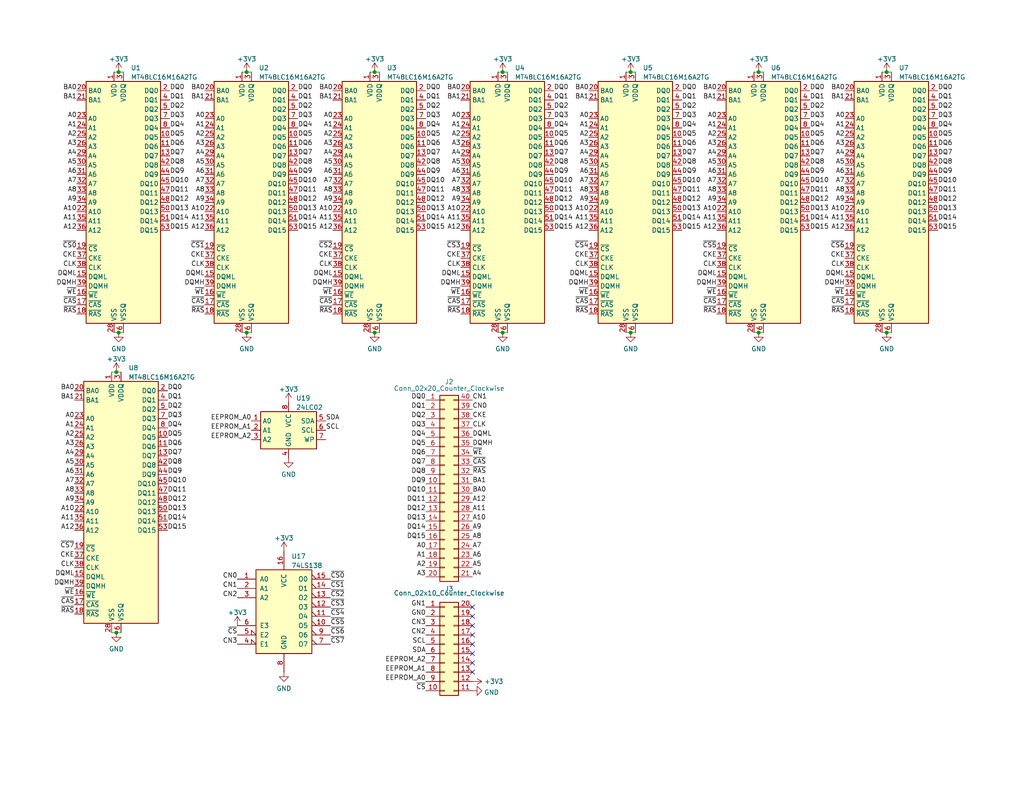
<source format=kicad_sch>
(kicad_sch (version 20211123) (generator eeschema)
  (paper "USLetter")
  (title_block (title "256MB DRAM Board") (date "2022-11-05") (rev "1.0.0-dev-1"))
  (lib_symbols
    (symbol "74xx:74LS138" (pin_names (offset 1.016))
      (property "Reference" "U" (at -7.62 11.43 0))
      (property "Value" "74LS138" (at -7.62 -13.97 0))
      (symbol "74LS138_1_0"
        (pin input line (at -12.7 7.62 0) (length 5.08) (name "A0") (number "1"))
        (pin output output_low (at 12.7 -5.08 180) (length 5.08) (name "O5") (number "10"))
        (pin output output_low (at 12.7 -2.54 180) (length 5.08) (name "O4") (number "11"))
        (pin output output_low (at 12.7 0 180) (length 5.08) (name "O3") (number "12"))
        (pin output output_low (at 12.7 2.54 180) (length 5.08) (name "O2") (number "13"))
        (pin output output_low (at 12.7 5.08 180) (length 5.08) (name "O1") (number "14"))
        (pin output output_low (at 12.7 7.62 180) (length 5.08) (name "O0") (number "15"))
        (pin power_in line (at 0 15.24 270) (length 5.08) (name "VCC") (number "16"))
        (pin input line (at -12.7 5.08 0) (length 5.08) (name "A1") (number "2"))
        (pin input line (at -12.7 2.54 0) (length 5.08) (name "A2") (number "3"))
        (pin input input_low (at -12.7 -10.16 0) (length 5.08) (name "E1") (number "4"))
        (pin input input_low (at -12.7 -7.62 0) (length 5.08) (name "E2") (number "5"))
        (pin input line (at -12.7 -5.08 0) (length 5.08) (name "E3") (number "6"))
        (pin output output_low (at 12.7 -10.16 180) (length 5.08) (name "O7") (number "7"))
        (pin power_in line (at 0 -17.78 90) (length 5.08) (name "GND") (number "8"))
        (pin output output_low (at 12.7 -7.62 180) (length 5.08) (name "O6") (number "9"))
      )
      (symbol "74LS138_1_1"
        (rectangle (start -7.62 10.16) (end 7.62 -12.7) (stroke (width 0.254)) (fill (type background)))
      )
    )
    (symbol "Connector_Generic:Conn_02x10_Counter_Clockwise" (pin_names (offset 1.016) hide)
      (property "Reference" "J" (at 1.27 12.7 0))
      (property "Value" "Conn_02x10_Counter_Clockwise" (at 1.27 -15.24 0))
      (symbol "Conn_02x10_Counter_Clockwise_1_1"
        (rectangle (start -1.27 -12.573) (end 0 -12.827) (stroke (width 0.1524)))
        (rectangle (start -1.27 -10.033) (end 0 -10.287) (stroke (width 0.1524)))
        (rectangle (start -1.27 -7.493) (end 0 -7.747) (stroke (width 0.1524)))
        (rectangle (start -1.27 -4.953) (end 0 -5.207) (stroke (width 0.1524)))
        (rectangle (start -1.27 -2.413) (end 0 -2.667) (stroke (width 0.1524)))
        (rectangle (start -1.27 0.127) (end 0 -0.127) (stroke (width 0.1524)))
        (rectangle (start -1.27 2.667) (end 0 2.413) (stroke (width 0.1524)))
        (rectangle (start -1.27 5.207) (end 0 4.953) (stroke (width 0.1524)))
        (rectangle (start -1.27 7.747) (end 0 7.493) (stroke (width 0.1524)))
        (rectangle (start -1.27 10.287) (end 0 10.033) (stroke (width 0.1524)))
        (rectangle (start -1.27 11.43) (end 3.81 -13.97) (stroke (width 0.254)) (fill (type background)))
        (rectangle (start 3.81 -12.573) (end 2.54 -12.827) (stroke (width 0.1524)))
        (rectangle (start 3.81 -10.033) (end 2.54 -10.287) (stroke (width 0.1524)))
        (rectangle (start 3.81 -7.493) (end 2.54 -7.747) (stroke (width 0.1524)))
        (rectangle (start 3.81 -4.953) (end 2.54 -5.207) (stroke (width 0.1524)))
        (rectangle (start 3.81 -2.413) (end 2.54 -2.667) (stroke (width 0.1524)))
        (rectangle (start 3.81 0.127) (end 2.54 -0.127) (stroke (width 0.1524)))
        (rectangle (start 3.81 2.667) (end 2.54 2.413) (stroke (width 0.1524)))
        (rectangle (start 3.81 5.207) (end 2.54 4.953) (stroke (width 0.1524)))
        (rectangle (start 3.81 7.747) (end 2.54 7.493) (stroke (width 0.1524)))
        (rectangle (start 3.81 10.287) (end 2.54 10.033) (stroke (width 0.1524)))
        (pin passive line (at -5.08 10.16 0) (length 3.81) (name "Pin_1") (number "1"))
        (pin passive line (at -5.08 -12.7 0) (length 3.81) (name "Pin_10") (number "10"))
        (pin passive line (at 7.62 -12.7 180) (length 3.81) (name "Pin_11") (number "11"))
        (pin passive line (at 7.62 -10.16 180) (length 3.81) (name "Pin_12") (number "12"))
        (pin passive line (at 7.62 -7.62 180) (length 3.81) (name "Pin_13") (number "13"))
        (pin passive line (at 7.62 -5.08 180) (length 3.81) (name "Pin_14") (number "14"))
        (pin passive line (at 7.62 -2.54 180) (length 3.81) (name "Pin_15") (number "15"))
        (pin passive line (at 7.62 0 180) (length 3.81) (name "Pin_16") (number "16"))
        (pin passive line (at 7.62 2.54 180) (length 3.81) (name "Pin_17") (number "17"))
        (pin passive line (at 7.62 5.08 180) (length 3.81) (name "Pin_18") (number "18"))
        (pin passive line (at 7.62 7.62 180) (length 3.81) (name "Pin_19") (number "19"))
        (pin passive line (at -5.08 7.62 0) (length 3.81) (name "Pin_2") (number "2"))
        (pin passive line (at 7.62 10.16 180) (length 3.81) (name "Pin_20") (number "20"))
        (pin passive line (at -5.08 5.08 0) (length 3.81) (name "Pin_3") (number "3"))
        (pin passive line (at -5.08 2.54 0) (length 3.81) (name "Pin_4") (number "4"))
        (pin passive line (at -5.08 0 0) (length 3.81) (name "Pin_5") (number "5"))
        (pin passive line (at -5.08 -2.54 0) (length 3.81) (name "Pin_6") (number "6"))
        (pin passive line (at -5.08 -5.08 0) (length 3.81) (name "Pin_7") (number "7"))
        (pin passive line (at -5.08 -7.62 0) (length 3.81) (name "Pin_8") (number "8"))
        (pin passive line (at -5.08 -10.16 0) (length 3.81) (name "Pin_9") (number "9"))
      )
    )
    (symbol "Connector_Generic:Conn_02x20_Counter_Clockwise" (pin_names (offset 1.016) hide)
      (property "Reference" "J" (at 1.27 25.4 0))
      (property "Value" "Conn_02x20_Counter_Clockwise" (at 1.27 -27.94 0))
      (symbol "Conn_02x20_Counter_Clockwise_1_1"
        (rectangle (start -1.27 -25.273) (end 0 -25.527) (stroke (width 0.1524)))
        (rectangle (start -1.27 -22.733) (end 0 -22.987) (stroke (width 0.1524)))
        (rectangle (start -1.27 -20.193) (end 0 -20.447) (stroke (width 0.1524)))
        (rectangle (start -1.27 -17.653) (end 0 -17.907) (stroke (width 0.1524)))
        (rectangle (start -1.27 -15.113) (end 0 -15.367) (stroke (width 0.1524)))
        (rectangle (start -1.27 -12.573) (end 0 -12.827) (stroke (width 0.1524)))
        (rectangle (start -1.27 -10.033) (end 0 -10.287) (stroke (width 0.1524)))
        (rectangle (start -1.27 -7.493) (end 0 -7.747) (stroke (width 0.1524)))
        (rectangle (start -1.27 -4.953) (end 0 -5.207) (stroke (width 0.1524)))
        (rectangle (start -1.27 -2.413) (end 0 -2.667) (stroke (width 0.1524)))
        (rectangle (start -1.27 0.127) (end 0 -0.127) (stroke (width 0.1524)))
        (rectangle (start -1.27 2.667) (end 0 2.413) (stroke (width 0.1524)))
        (rectangle (start -1.27 5.207) (end 0 4.953) (stroke (width 0.1524)))
        (rectangle (start -1.27 7.747) (end 0 7.493) (stroke (width 0.1524)))
        (rectangle (start -1.27 10.287) (end 0 10.033) (stroke (width 0.1524)))
        (rectangle (start -1.27 12.827) (end 0 12.573) (stroke (width 0.1524)))
        (rectangle (start -1.27 15.367) (end 0 15.113) (stroke (width 0.1524)))
        (rectangle (start -1.27 17.907) (end 0 17.653) (stroke (width 0.1524)))
        (rectangle (start -1.27 20.447) (end 0 20.193) (stroke (width 0.1524)))
        (rectangle (start -1.27 22.987) (end 0 22.733) (stroke (width 0.1524)))
        (rectangle (start -1.27 24.13) (end 3.81 -26.67) (stroke (width 0.254)) (fill (type background)))
        (rectangle (start 3.81 -25.273) (end 2.54 -25.527) (stroke (width 0.1524)))
        (rectangle (start 3.81 -22.733) (end 2.54 -22.987) (stroke (width 0.1524)))
        (rectangle (start 3.81 -20.193) (end 2.54 -20.447) (stroke (width 0.1524)))
        (rectangle (start 3.81 -17.653) (end 2.54 -17.907) (stroke (width 0.1524)))
        (rectangle (start 3.81 -15.113) (end 2.54 -15.367) (stroke (width 0.1524)))
        (rectangle (start 3.81 -12.573) (end 2.54 -12.827) (stroke (width 0.1524)))
        (rectangle (start 3.81 -10.033) (end 2.54 -10.287) (stroke (width 0.1524)))
        (rectangle (start 3.81 -7.493) (end 2.54 -7.747) (stroke (width 0.1524)))
        (rectangle (start 3.81 -4.953) (end 2.54 -5.207) (stroke (width 0.1524)))
        (rectangle (start 3.81 -2.413) (end 2.54 -2.667) (stroke (width 0.1524)))
        (rectangle (start 3.81 0.127) (end 2.54 -0.127) (stroke (width 0.1524)))
        (rectangle (start 3.81 2.667) (end 2.54 2.413) (stroke (width 0.1524)))
        (rectangle (start 3.81 5.207) (end 2.54 4.953) (stroke (width 0.1524)))
        (rectangle (start 3.81 7.747) (end 2.54 7.493) (stroke (width 0.1524)))
        (rectangle (start 3.81 10.287) (end 2.54 10.033) (stroke (width 0.1524)))
        (rectangle (start 3.81 12.827) (end 2.54 12.573) (stroke (width 0.1524)))
        (rectangle (start 3.81 15.367) (end 2.54 15.113) (stroke (width 0.1524)))
        (rectangle (start 3.81 17.907) (end 2.54 17.653) (stroke (width 0.1524)))
        (rectangle (start 3.81 20.447) (end 2.54 20.193) (stroke (width 0.1524)))
        (rectangle (start 3.81 22.987) (end 2.54 22.733) (stroke (width 0.1524)))
        (pin passive line (at -5.08 22.86 0) (length 3.81) (name "Pin_1") (number "1"))
        (pin passive line (at -5.08 0 0) (length 3.81) (name "Pin_10") (number "10"))
        (pin passive line (at -5.08 -2.54 0) (length 3.81) (name "Pin_11") (number "11"))
        (pin passive line (at -5.08 -5.08 0) (length 3.81) (name "Pin_12") (number "12"))
        (pin passive line (at -5.08 -7.62 0) (length 3.81) (name "Pin_13") (number "13"))
        (pin passive line (at -5.08 -10.16 0) (length 3.81) (name "Pin_14") (number "14"))
        (pin passive line (at -5.08 -12.7 0) (length 3.81) (name "Pin_15") (number "15"))
        (pin passive line (at -5.08 -15.24 0) (length 3.81) (name "Pin_16") (number "16"))
        (pin passive line (at -5.08 -17.78 0) (length 3.81) (name "Pin_17") (number "17"))
        (pin passive line (at -5.08 -20.32 0) (length 3.81) (name "Pin_18") (number "18"))
        (pin passive line (at -5.08 -22.86 0) (length 3.81) (name "Pin_19") (number "19"))
        (pin passive line (at -5.08 20.32 0) (length 3.81) (name "Pin_2") (number "2"))
        (pin passive line (at -5.08 -25.4 0) (length 3.81) (name "Pin_20") (number "20"))
        (pin passive line (at 7.62 -25.4 180) (length 3.81) (name "Pin_21") (number "21"))
        (pin passive line (at 7.62 -22.86 180) (length 3.81) (name "Pin_22") (number "22"))
        (pin passive line (at 7.62 -20.32 180) (length 3.81) (name "Pin_23") (number "23"))
        (pin passive line (at 7.62 -17.78 180) (length 3.81) (name "Pin_24") (number "24"))
        (pin passive line (at 7.62 -15.24 180) (length 3.81) (name "Pin_25") (number "25"))
        (pin passive line (at 7.62 -12.7 180) (length 3.81) (name "Pin_26") (number "26"))
        (pin passive line (at 7.62 -10.16 180) (length 3.81) (name "Pin_27") (number "27"))
        (pin passive line (at 7.62 -7.62 180) (length 3.81) (name "Pin_28") (number "28"))
        (pin passive line (at 7.62 -5.08 180) (length 3.81) (name "Pin_29") (number "29"))
        (pin passive line (at -5.08 17.78 0) (length 3.81) (name "Pin_3") (number "3"))
        (pin passive line (at 7.62 -2.54 180) (length 3.81) (name "Pin_30") (number "30"))
        (pin passive line (at 7.62 0 180) (length 3.81) (name "Pin_31") (number "31"))
        (pin passive line (at 7.62 2.54 180) (length 3.81) (name "Pin_32") (number "32"))
        (pin passive line (at 7.62 5.08 180) (length 3.81) (name "Pin_33") (number "33"))
        (pin passive line (at 7.62 7.62 180) (length 3.81) (name "Pin_34") (number "34"))
        (pin passive line (at 7.62 10.16 180) (length 3.81) (name "Pin_35") (number "35"))
        (pin passive line (at 7.62 12.7 180) (length 3.81) (name "Pin_36") (number "36"))
        (pin passive line (at 7.62 15.24 180) (length 3.81) (name "Pin_37") (number "37"))
        (pin passive line (at 7.62 17.78 180) (length 3.81) (name "Pin_38") (number "38"))
        (pin passive line (at 7.62 20.32 180) (length 3.81) (name "Pin_39") (number "39"))
        (pin passive line (at -5.08 15.24 0) (length 3.81) (name "Pin_4") (number "4"))
        (pin passive line (at 7.62 22.86 180) (length 3.81) (name "Pin_40") (number "40"))
        (pin passive line (at -5.08 12.7 0) (length 3.81) (name "Pin_5") (number "5"))
        (pin passive line (at -5.08 10.16 0) (length 3.81) (name "Pin_6") (number "6"))
        (pin passive line (at -5.08 7.62 0) (length 3.81) (name "Pin_7") (number "7"))
        (pin passive line (at -5.08 5.08 0) (length 3.81) (name "Pin_8") (number "8"))
        (pin passive line (at -5.08 2.54 0) (length 3.81) (name "Pin_9") (number "9"))
      )
    )
    (symbol "Memory_EEPROM:24LC02"
      (property "Reference" "U" (at -6.35 6.35 0))
      (property "Value" "24LC02" (at 1.27 6.35 0))
      (symbol "24LC02_1_1"
        (rectangle (start -7.62 5.08) (end 7.62 -5.08) (stroke (width 0.254)) (fill (type background)))
        (pin input line (at -10.16 2.54 0) (length 2.54) (name "A0") (number "1"))
        (pin input line (at -10.16 0 0) (length 2.54) (name "A1") (number "2"))
        (pin input line (at -10.16 -2.54 0) (length 2.54) (name "A2") (number "3"))
        (pin power_in line (at 0 -7.62 90) (length 2.54) (name "GND") (number "4"))
        (pin bidirectional line (at 10.16 2.54 180) (length 2.54) (name "SDA") (number "5"))
        (pin input line (at 10.16 0 180) (length 2.54) (name "SCL") (number "6"))
        (pin input line (at 10.16 -2.54 180) (length 2.54) (name "WP") (number "7"))
        (pin power_in line (at 0 7.62 270) (length 2.54) (name "VCC") (number "8"))
      )
    )
    (symbol "Memory_RAM:MT48LC16M16A2TG"
      (property "Reference" "U" (at -8.89 34.29 0))
      (property "Value" "MT48LC16M16A2TG" (at 8.89 34.29 0))
      (symbol "MT48LC16M16A2TG_0_1"
        (rectangle (start -10.16 33.02) (end 10.16 -33.02) (stroke (width 0.254)) (fill (type background)))
      )
      (symbol "MT48LC16M16A2TG_1_1"
        (pin power_in line (at -2.54 35.56 270) (length 2.54) (name "VDD") (number "1"))
        (pin bidirectional line (at 12.7 17.78 180) (length 2.54) (name "DQ5") (number "10"))
        (pin bidirectional line (at 12.7 15.24 180) (length 2.54) (name "DQ6") (number "11"))
        (pin passive line (at 0 -35.56 90) (length 2.54) hide (name "VSSQ") (number "12"))
        (pin bidirectional line (at 12.7 12.7 180) (length 2.54) (name "DQ7") (number "13"))
        (pin passive line (at -2.54 35.56 270) (length 2.54) hide (name "VDD") (number "14"))
        (pin input line (at -12.7 -20.32 0) (length 2.54) (name "DQML") (number "15"))
        (pin input line (at -12.7 -25.4 0) (length 2.54) (name "~{WE}") (number "16"))
        (pin input line (at -12.7 -27.94 0) (length 2.54) (name "~{CAS}") (number "17"))
        (pin input line (at -12.7 -30.48 0) (length 2.54) (name "~{RAS}") (number "18"))
        (pin input line (at -12.7 -12.7 0) (length 2.54) (name "~{CS}") (number "19"))
        (pin bidirectional line (at 12.7 30.48 180) (length 2.54) (name "DQ0") (number "2"))
        (pin input line (at -12.7 30.48 0) (length 2.54) (name "BA0") (number "20"))
        (pin input line (at -12.7 27.94 0) (length 2.54) (name "BA1") (number "21"))
        (pin input line (at -12.7 -2.54 0) (length 2.54) (name "A10") (number "22"))
        (pin input line (at -12.7 22.86 0) (length 2.54) (name "A0") (number "23"))
        (pin input line (at -12.7 20.32 0) (length 2.54) (name "A1") (number "24"))
        (pin input line (at -12.7 17.78 0) (length 2.54) (name "A2") (number "25"))
        (pin input line (at -12.7 15.24 0) (length 2.54) (name "A3") (number "26"))
        (pin passive line (at -2.54 35.56 270) (length 2.54) hide (name "VDD") (number "27"))
        (pin power_in line (at -2.54 -35.56 90) (length 2.54) (name "VSS") (number "28"))
        (pin input line (at -12.7 12.7 0) (length 2.54) (name "A4") (number "29"))
        (pin power_in line (at 0 35.56 270) (length 2.54) (name "VDDQ") (number "3"))
        (pin input line (at -12.7 10.16 0) (length 2.54) (name "A5") (number "30"))
        (pin input line (at -12.7 7.62 0) (length 2.54) (name "A6") (number "31"))
        (pin input line (at -12.7 5.08 0) (length 2.54) (name "A7") (number "32"))
        (pin input line (at -12.7 2.54 0) (length 2.54) (name "A8") (number "33"))
        (pin input line (at -12.7 0 0) (length 2.54) (name "A9") (number "34"))
        (pin input line (at -12.7 -5.08 0) (length 2.54) (name "A11") (number "35"))
        (pin input line (at -12.7 -7.62 0) (length 2.54) (name "A12") (number "36"))
        (pin input line (at -12.7 -15.24 0) (length 2.54) (name "CKE") (number "37"))
        (pin input line (at -12.7 -17.78 0) (length 2.54) (name "CLK") (number "38"))
        (pin input line (at -12.7 -22.86 0) (length 2.54) (name "DQMH") (number "39"))
        (pin bidirectional line (at 12.7 27.94 180) (length 2.54) (name "DQ1") (number "4"))
        (pin no_connect line (at 10.16 -20.32 180) (length 2.54) hide (name "NC") (number "40"))
        (pin passive line (at -2.54 -35.56 90) (length 2.54) hide (name "VSS") (number "41"))
        (pin bidirectional line (at 12.7 10.16 180) (length 2.54) (name "DQ8") (number "42"))
        (pin passive line (at 0 35.56 270) (length 2.54) hide (name "VDDQ") (number "43"))
        (pin bidirectional line (at 12.7 7.62 180) (length 2.54) (name "DQ9") (number "44"))
        (pin bidirectional line (at 12.7 5.08 180) (length 2.54) (name "DQ10") (number "45"))
        (pin passive line (at 0 -35.56 90) (length 2.54) hide (name "VSSQ") (number "46"))
        (pin bidirectional line (at 12.7 2.54 180) (length 2.54) (name "DQ11") (number "47"))
        (pin bidirectional line (at 12.7 0 180) (length 2.54) (name "DQ12") (number "48"))
        (pin passive line (at 0 35.56 270) (length 2.54) hide (name "VDDQ") (number "49"))
        (pin bidirectional line (at 12.7 25.4 180) (length 2.54) (name "DQ2") (number "5"))
        (pin bidirectional line (at 12.7 -2.54 180) (length 2.54) (name "DQ13") (number "50"))
        (pin bidirectional line (at 12.7 -5.08 180) (length 2.54) (name "DQ14") (number "51"))
        (pin passive line (at 0 -35.56 90) (length 2.54) hide (name "VSSQ") (number "52"))
        (pin bidirectional line (at 12.7 -7.62 180) (length 2.54) (name "DQ15") (number "53"))
        (pin passive line (at -2.54 -35.56 90) (length 2.54) hide (name "VSS") (number "54"))
        (pin power_in line (at 0 -35.56 90) (length 2.54) (name "VSSQ") (number "6"))
        (pin bidirectional line (at 12.7 22.86 180) (length 2.54) (name "DQ3") (number "7"))
        (pin bidirectional line (at 12.7 20.32 180) (length 2.54) (name "DQ4") (number "8"))
        (pin passive line (at 0 35.56 270) (length 2.54) hide (name "VDDQ") (number "9"))
      )
    )
    (symbol "power:+3V3" (power) (pin_names (offset 0))
      (property "Value" "+3V3" (at 0 3.556 0))
      (symbol "+3V3_0_1"
        (polyline (pts (xy -0.762 1.27) (xy 0 2.54)))
        (polyline (pts (xy 0 0) (xy 0 2.54)))
        (polyline (pts (xy 0 2.54) (xy 0.762 1.27)))
      )
      (symbol "+3V3_1_1"
        (pin power_in line (at 0 0 90) (length 0) hide (name "+3V3") (number "1"))
      )
    )
    (symbol "power:GND" (power) (pin_names (offset 0))
      (property "Value" "GND" (at 0 -3.81 0))
      (symbol "GND_0_1"
        (polyline (pts (xy 0 0) (xy 0 -1.27) (xy 1.27 -1.27) (xy 0 -2.54) (xy -1.27 -1.27) (xy 0 -1.27)))
      )
      (symbol "GND_1_1"
        (pin power_in line (at 0 0 270) (length 0) hide (name "GND") (number "1"))
      )
    )
  )
  (junction (at 241.935 90.805))
  (junction (at 137.16 90.805))
  (junction (at 31.75 172.72))
  (junction (at 172.085 19.685))
  (junction (at 67.31 19.685))
  (junction (at 32.385 90.805))
  (junction (at 102.235 19.685))
  (junction (at 172.085 90.805))
  (junction (at 31.75 101.6))
  (junction (at 241.935 19.685))
  (junction (at 67.31 90.805))
  (junction (at 137.16 19.685))
  (junction (at 207.01 90.805))
  (junction (at 32.385 19.685))
  (junction (at 102.235 90.805))
  (junction (at 207.01 19.685))
  (no_connect (at 128.905 178.435))
  (no_connect (at 128.905 183.515))
  (no_connect (at 128.905 175.895))
  (no_connect (at 128.905 180.975))
  (no_connect (at 128.905 170.815))
  (no_connect (at 128.905 165.735))
  (no_connect (at 128.905 168.275))
  (no_connect (at 128.905 173.355))
  (wire (pts (xy 31.115 19.685) (xy 32.385 19.685)))
  (wire (pts (xy 241.935 90.805) (xy 243.205 90.805)))
  (wire (pts (xy 172.085 90.805) (xy 170.815 90.805)))
  (wire (pts (xy 30.48 101.6) (xy 31.75 101.6)))
  (wire (pts (xy 241.935 90.805) (xy 240.665 90.805)))
  (wire (pts (xy 135.89 19.685) (xy 137.16 19.685)))
  (wire (pts (xy 205.74 19.685) (xy 207.01 19.685)))
  (wire (pts (xy 31.75 172.72) (xy 30.48 172.72)))
  (wire (pts (xy 67.31 19.685) (xy 68.58 19.685)))
  (wire (pts (xy 172.085 90.805) (xy 173.355 90.805)))
  (wire (pts (xy 32.385 19.685) (xy 33.655 19.685)))
  (wire (pts (xy 102.235 90.805) (xy 103.505 90.805)))
  (wire (pts (xy 31.75 101.6) (xy 33.02 101.6)))
  (wire (pts (xy 32.385 90.805) (xy 33.655 90.805)))
  (wire (pts (xy 241.935 19.685) (xy 243.205 19.685)))
  (wire (pts (xy 207.01 90.805) (xy 208.28 90.805)))
  (wire (pts (xy 172.085 19.685) (xy 173.355 19.685)))
  (wire (pts (xy 102.235 19.685) (xy 103.505 19.685)))
  (wire (pts (xy 207.01 19.685) (xy 208.28 19.685)))
  (wire (pts (xy 207.01 90.805) (xy 205.74 90.805)))
  (wire (pts (xy 66.04 19.685) (xy 67.31 19.685)))
  (wire (pts (xy 137.16 19.685) (xy 138.43 19.685)))
  (wire (pts (xy 102.235 90.805) (xy 100.965 90.805)))
  (wire (pts (xy 67.31 90.805) (xy 66.04 90.805)))
  (wire (pts (xy 31.75 172.72) (xy 33.02 172.72)))
  (wire (pts (xy 137.16 90.805) (xy 138.43 90.805)))
  (wire (pts (xy 137.16 90.805) (xy 135.89 90.805)))
  (wire (pts (xy 100.965 19.685) (xy 102.235 19.685)))
  (wire (pts (xy 67.31 90.805) (xy 68.58 90.805)))
  (wire (pts (xy 240.665 19.685) (xy 241.935 19.685)))
  (wire (pts (xy 32.385 90.805) (xy 31.115 90.805)))
  (wire (pts (xy 170.815 19.685) (xy 172.085 19.685)))
  (label "BA0" (at 125.73 24.765 180))
  (label "A5" (at 160.655 45.085 180))
  (label "~{CS6}" (at 230.505 67.945 180))
  (label "A11" (at 125.73 60.325 180))
  (label "A11" (at 230.505 60.325 180))
  (label "DQ9" (at 220.98 47.625 0))
  (label "DQ8" (at 45.72 127 0))
  (label "DQ5" (at 116.205 121.92 180))
  (label "DQ10" (at 46.355 50.165 0))
  (label "A10" (at 55.88 57.785 180))
  (label "A3" (at 20.32 121.92 180))
  (label "A9" (at 128.905 144.78 0))
  (label "DQ10" (at 186.055 50.165 0))
  (label "A0" (at 20.32 114.3 180))
  (label "A4" (at 20.32 124.46 180))
  (label "A1" (at 160.655 34.925 180))
  (label "A7" (at 20.955 50.165 180))
  (label "DQ10" (at 151.13 50.165 0))
  (label "A0" (at 90.805 32.385 180))
  (label "DQML" (at 90.805 75.565 180))
  (label "A2" (at 116.205 154.94 180))
  (label "~{CS0}" (at 90.17 158.115 0))
  (label "DQ15" (at 116.205 147.32 180))
  (label "DQ6" (at 116.205 124.46 180))
  (label "DQML" (at 20.955 75.565 180))
  (label "BA1" (at 125.73 27.305 180))
  (label "A7" (at 195.58 50.165 180))
  (label "DQ2" (at 151.13 29.845 0))
  (label "DQ14" (at 220.98 60.325 0))
  (label "BA1" (at 55.88 27.305 180))
  (label "CLK" (at 20.955 73.025 180))
  (label "BA1" (at 20.955 27.305 180))
  (label "A4" (at 55.88 42.545 180))
  (label "CKE" (at 20.32 152.4 180))
  (label "DQ7" (at 255.905 42.545 0))
  (label "A8" (at 128.905 147.32 0))
  (label "CLK" (at 55.88 73.025 180))
  (label "A2" (at 230.505 37.465 180))
  (label "DQ2" (at 220.98 29.845 0))
  (label "DQ13" (at 151.13 57.785 0))
  (label "A1" (at 90.805 34.925 180))
  (label "DQ14" (at 151.13 60.325 0))
  (label "A3" (at 230.505 40.005 180))
  (label "BA1" (at 160.655 27.305 180))
  (label "BA0" (at 195.58 24.765 180))
  (label "EEPROM_A2" (at 68.58 120.015 180))
  (label "DQ0" (at 46.355 24.765 0))
  (label "DQ0" (at 116.205 109.22 180))
  (label "DQ11" (at 151.13 52.705 0))
  (label "DQ4" (at 220.98 34.925 0))
  (label "DQ0" (at 186.055 24.765 0))
  (label "A7" (at 125.73 50.165 180))
  (label "~{CS3}" (at 90.17 165.735 0))
  (label "DQ6" (at 220.98 40.005 0))
  (label "~{RAS}" (at 20.955 85.725 180))
  (label "DQ7" (at 151.13 42.545 0))
  (label "DQ13" (at 46.355 57.785 0))
  (label "BA1" (at 90.805 27.305 180))
  (label "CN3" (at 116.205 170.815 180))
  (label "A4" (at 125.73 42.545 180))
  (label "A12" (at 125.73 62.865 180))
  (label "A7" (at 90.805 50.165 180))
  (label "A5" (at 55.88 45.085 180))
  (label "A12" (at 160.655 62.865 180))
  (label "DQ12" (at 220.98 55.245 0))
  (label "DQ12" (at 186.055 55.245 0))
  (label "DQ4" (at 151.13 34.925 0))
  (label "A8" (at 55.88 52.705 180))
  (label "A5" (at 20.955 45.085 180))
  (label "DQ12" (at 45.72 137.16 0))
  (label "A3" (at 55.88 40.005 180))
  (label "DQMH" (at 20.955 78.105 180))
  (label "A8" (at 195.58 52.705 180))
  (label "A12" (at 55.88 62.865 180))
  (label "A4" (at 20.955 42.545 180))
  (label "DQ15" (at 220.98 62.865 0))
  (label "A2" (at 55.88 37.465 180))
  (label "A4" (at 160.655 42.545 180))
  (label "DQ1" (at 220.98 27.305 0))
  (label "~{CS1}" (at 90.17 160.655 0))
  (label "A8" (at 160.655 52.705 180))
  (label "A0" (at 20.955 32.385 180))
  (label "DQ10" (at 255.905 50.165 0))
  (label "A0" (at 160.655 32.385 180))
  (label "DQ12" (at 81.28 55.245 0))
  (label "DQ2" (at 186.055 29.845 0))
  (label "CLK" (at 195.58 73.025 180))
  (label "DQ15" (at 116.205 62.865 0))
  (label "DQ5" (at 151.13 37.465 0))
  (label "DQ1" (at 45.72 109.22 0))
  (label "~{WE}" (at 195.58 80.645 180))
  (label "CKE" (at 125.73 70.485 180))
  (label "~{WE}" (at 90.805 80.645 180))
  (label "A7" (at 128.905 149.86 0))
  (label "A3" (at 125.73 40.005 180))
  (label "DQ14" (at 186.055 60.325 0))
  (label "CN1" (at 64.77 160.655 180))
  (label "~{CAS}" (at 230.505 83.185 180))
  (label "A5" (at 20.32 127 180))
  (label "DQ15" (at 45.72 144.78 0))
  (label "DQ3" (at 81.28 32.385 0))
  (label "DQ2" (at 255.905 29.845 0))
  (label "~{WE}" (at 20.955 80.645 180))
  (label "A11" (at 160.655 60.325 180))
  (label "CKE" (at 20.955 70.485 180))
  (label "A6" (at 20.32 129.54 180))
  (label "DQ11" (at 220.98 52.705 0))
  (label "DQ13" (at 116.205 57.785 0))
  (label "CN3" (at 64.77 175.895 180))
  (label "DQ3" (at 116.205 116.84 180))
  (label "~{RAS}" (at 55.88 85.725 180))
  (label "DQ5" (at 46.355 37.465 0))
  (label "DQML" (at 55.88 75.565 180))
  (label "A0" (at 195.58 32.385 180))
  (label "~{CS2}" (at 90.805 67.945 180))
  (label "A5" (at 90.805 45.085 180))
  (label "DQML" (at 125.73 75.565 180))
  (label "DQ14" (at 45.72 142.24 0))
  (label "DQ8" (at 255.905 45.085 0))
  (label "DQ1" (at 116.205 27.305 0))
  (label "A12" (at 20.32 144.78 180))
  (label "DQMH" (at 90.805 78.105 180))
  (label "A2" (at 90.805 37.465 180))
  (label "DQ11" (at 81.28 52.705 0))
  (label "A3" (at 116.205 157.48 180))
  (label "DQ10" (at 81.28 50.165 0))
  (label "A1" (at 55.88 34.925 180))
  (label "DQMH" (at 160.655 78.105 180))
  (label "CN0" (at 128.905 111.76 0))
  (label "DQ8" (at 116.205 129.54 180))
  (label "A10" (at 160.655 57.785 180))
  (label "DQ4" (at 186.055 34.925 0))
  (label "DQ4" (at 46.355 34.925 0))
  (label "~{CAS}" (at 125.73 83.185 180))
  (label "DQ5" (at 81.28 37.465 0))
  (label "A12" (at 90.805 62.865 180))
  (label "DQ13" (at 45.72 139.7 0))
  (label "SDA" (at 116.205 178.435 180))
  (label "A12" (at 195.58 62.865 180))
  (label "DQ8" (at 220.98 45.085 0))
  (label "~{CS0}" (at 20.955 67.945 180))
  (label "BA0" (at 20.955 24.765 180))
  (label "~{WE}" (at 55.88 80.645 180))
  (label "DQ11" (at 186.055 52.705 0))
  (label "DQ13" (at 220.98 57.785 0))
  (label "~{RAS}" (at 125.73 85.725 180))
  (label "DQMH" (at 125.73 78.105 180))
  (label "A2" (at 160.655 37.465 180))
  (label "A8" (at 125.73 52.705 180))
  (label "DQ14" (at 116.205 60.325 0))
  (label "DQ5" (at 186.055 37.465 0))
  (label "A11" (at 20.955 60.325 180))
  (label "DQ2" (at 45.72 111.76 0))
  (label "BA1" (at 195.58 27.305 180))
  (label "~{CS5}" (at 90.17 170.815 0))
  (label "A10" (at 20.955 57.785 180))
  (label "DQ15" (at 151.13 62.865 0))
  (label "DQ5" (at 220.98 37.465 0))
  (label "DQ8" (at 116.205 45.085 0))
  (label "DQ0" (at 220.98 24.765 0))
  (label "CN2" (at 64.77 163.195 180))
  (label "A2" (at 20.32 119.38 180))
  (label "~{CAS}" (at 195.58 83.185 180))
  (label "DQ7" (at 186.055 42.545 0))
  (label "BA0" (at 20.32 106.68 180))
  (label "CKE" (at 160.655 70.485 180))
  (label "DQ9" (at 151.13 47.625 0))
  (label "A0" (at 55.88 32.385 180))
  (label "DQ2" (at 81.28 29.845 0))
  (label "DQ7" (at 116.205 42.545 0))
  (label "~{CAS}" (at 160.655 83.185 180))
  (label "DQ2" (at 46.355 29.845 0))
  (label "DQ6" (at 255.905 40.005 0))
  (label "CKE" (at 195.58 70.485 180))
  (label "~{CS7}" (at 90.17 175.895 0))
  (label "~{WE}" (at 230.505 80.645 180))
  (label "DQMH" (at 195.58 78.105 180))
  (label "DQ3" (at 186.055 32.385 0))
  (label "A9" (at 125.73 55.245 180))
  (label "~{CS4}" (at 160.655 67.945 180))
  (label "A6" (at 128.905 152.4 0))
  (label "DQ5" (at 255.905 37.465 0))
  (label "~{CS6}" (at 90.17 173.355 0))
  (label "CLK" (at 20.32 154.94 180))
  (label "CN1" (at 128.905 109.22 0))
  (label "DQ13" (at 116.205 142.24 180))
  (label "DQ7" (at 45.72 124.46 0))
  (label "A10" (at 20.32 139.7 180))
  (label "DQ8" (at 81.28 45.085 0))
  (label "A6" (at 230.505 47.625 180))
  (label "CKE" (at 128.905 114.3 0))
  (label "DQ14" (at 116.205 144.78 180))
  (label "DQ6" (at 116.205 40.005 0))
  (label "DQ10" (at 116.205 50.165 0))
  (label "DQ15" (at 255.905 62.865 0))
  (label "A4" (at 128.905 157.48 0))
  (label "DQ1" (at 186.055 27.305 0))
  (label "A11" (at 20.32 142.24 180))
  (label "A2" (at 125.73 37.465 180))
  (label "DQ0" (at 151.13 24.765 0))
  (label "DQ4" (at 255.905 34.925 0))
  (label "A1" (at 116.205 152.4 180))
  (label "BA1" (at 230.505 27.305 180))
  (label "DQ14" (at 46.355 60.325 0))
  (label "DQ13" (at 255.905 57.785 0))
  (label "A1" (at 125.73 34.925 180))
  (label "DQ11" (at 116.205 137.16 180))
  (label "DQ2" (at 116.205 114.3 180))
  (label "~{CAS}" (at 90.805 83.185 180))
  (label "A10" (at 90.805 57.785 180))
  (label "DQ15" (at 46.355 62.865 0))
  (label "DQ11" (at 116.205 52.705 0))
  (label "DQ4" (at 81.28 34.925 0))
  (label "~{CS7}" (at 20.32 149.86 180))
  (label "~{CS5}" (at 195.58 67.945 180))
  (label "DQ8" (at 46.355 45.085 0))
  (label "DQ5" (at 116.205 37.465 0))
  (label "DQ0" (at 45.72 106.68 0))
  (label "BA1" (at 20.32 109.22 180))
  (label "~{RAS}" (at 195.58 85.725 180))
  (label "~{CAS}" (at 55.88 83.185 180))
  (label "A7" (at 55.88 50.165 180))
  (label "A0" (at 116.205 149.86 180))
  (label "DQ3" (at 116.205 32.385 0))
  (label "A5" (at 128.905 154.94 0))
  (label "A2" (at 20.955 37.465 180))
  (label "CKE" (at 230.505 70.485 180))
  (label "BA0" (at 160.655 24.765 180))
  (label "SCL" (at 88.9 117.475 0))
  (label "A5" (at 195.58 45.085 180))
  (label "~{CAS}" (at 20.32 165.1 180))
  (label "A10" (at 195.58 57.785 180))
  (label "DQ1" (at 46.355 27.305 0))
  (label "DQ0" (at 116.205 24.765 0))
  (label "DQ3" (at 45.72 114.3 0))
  (label "BA0" (at 55.88 24.765 180))
  (label "GN0" (at 116.205 168.275 180))
  (label "EEPROM_A0" (at 116.205 186.055 180))
  (label "DQ4" (at 116.205 119.38 180))
  (label "DQMH" (at 20.32 160.02 180))
  (label "A3" (at 160.655 40.005 180))
  (label "~{RAS}" (at 20.32 167.64 180))
  (label "~{CS}" (at 64.77 173.355 180))
  (label "DQ6" (at 46.355 40.005 0))
  (label "A5" (at 125.73 45.085 180))
  (label "~{CAS}" (at 20.955 83.185 180))
  (label "DQ11" (at 255.905 52.705 0))
  (label "A11" (at 90.805 60.325 180))
  (label "A12" (at 230.505 62.865 180))
  (label "DQ12" (at 116.205 55.245 0))
  (label "A8" (at 20.32 134.62 180))
  (label "DQ1" (at 116.205 111.76 180))
  (label "DQ10" (at 220.98 50.165 0))
  (label "DQ4" (at 45.72 116.84 0))
  (label "A10" (at 230.505 57.785 180))
  (label "A6" (at 195.58 47.625 180))
  (label "CN2" (at 116.205 173.355 180))
  (label "DQML" (at 20.32 157.48 180))
  (label "~{WE}" (at 125.73 80.645 180))
  (label "~{CS4}" (at 90.17 168.275 0))
  (label "EEPROM_A0" (at 68.58 114.935 180))
  (label "A9" (at 90.805 55.245 180))
  (label "SCL" (at 116.205 175.895 180))
  (label "DQ9" (at 116.205 132.08 180))
  (label "A8" (at 20.955 52.705 180))
  (label "A2" (at 195.58 37.465 180))
  (label "DQ12" (at 46.355 55.245 0))
  (label "DQ1" (at 255.905 27.305 0))
  (label "DQ10" (at 116.205 134.62 180))
  (label "EEPROM_A2" (at 116.205 180.975 180))
  (label "A3" (at 90.805 40.005 180))
  (label "CLK" (at 125.73 73.025 180))
  (label "A9" (at 230.505 55.245 180))
  (label "DQ6" (at 45.72 121.92 0))
  (label "DQ7" (at 81.28 42.545 0))
  (label "DQ4" (at 116.205 34.925 0))
  (label "SDA" (at 88.9 114.935 0))
  (label "A6" (at 55.88 47.625 180))
  (label "~{WE}" (at 20.32 162.56 180))
  (label "A6" (at 125.73 47.625 180))
  (label "~{RAS}" (at 160.655 85.725 180))
  (label "~{CAS}" (at 128.905 127 0))
  (label "~{CS3}" (at 125.73 67.945 180))
  (label "A7" (at 230.505 50.165 180))
  (label "A0" (at 230.505 32.385 180))
  (label "A12" (at 20.955 62.865 180))
  (label "DQ7" (at 116.205 127 180))
  (label "A9" (at 55.88 55.245 180))
  (label "A10" (at 125.73 57.785 180))
  (label "DQ1" (at 81.28 27.305 0))
  (label "A9" (at 195.58 55.245 180))
  (label "CN0" (at 64.77 158.115 180))
  (label "~{WE}" (at 128.905 124.46 0))
  (label "DQ13" (at 186.055 57.785 0))
  (label "CKE" (at 90.805 70.485 180))
  (label "EEPROM_A1" (at 116.205 183.515 180))
  (label "DQ15" (at 186.055 62.865 0))
  (label "A0" (at 125.73 32.385 180))
  (label "DQ12" (at 151.13 55.245 0))
  (label "DQML" (at 230.505 75.565 180))
  (label "DQ9" (at 45.72 129.54 0))
  (label "DQ9" (at 81.28 47.625 0))
  (label "DQ6" (at 81.28 40.005 0))
  (label "DQ6" (at 186.055 40.005 0))
  (label "~{RAS}" (at 230.505 85.725 180))
  (label "DQ11" (at 45.72 134.62 0))
  (label "A11" (at 55.88 60.325 180))
  (label "A10" (at 128.905 142.24 0))
  (label "CLK" (at 90.805 73.025 180))
  (label "DQ12" (at 255.905 55.245 0))
  (label "BA0" (at 128.905 134.62 0))
  (label "A12" (at 128.905 137.16 0))
  (label "DQML" (at 195.58 75.565 180))
  (label "DQMH" (at 128.905 121.92 0))
  (label "~{RAS}" (at 90.805 85.725 180))
  (label "A3" (at 195.58 40.005 180))
  (label "A1" (at 20.955 34.925 180))
  (label "DQ3" (at 220.98 32.385 0))
  (label "EEPROM_A1" (at 68.58 117.475 180))
  (label "DQ12" (at 116.205 139.7 180))
  (label "A11" (at 195.58 60.325 180))
  (label "DQ14" (at 81.28 60.325 0))
  (label "BA1" (at 128.905 132.08 0))
  (label "A1" (at 230.505 34.925 180))
  (label "A1" (at 195.58 34.925 180))
  (label "A8" (at 230.505 52.705 180))
  (label "A4" (at 195.58 42.545 180))
  (label "DQ5" (at 45.72 119.38 0))
  (label "DQ2" (at 116.205 29.845 0))
  (label "A9" (at 20.955 55.245 180))
  (label "DQ0" (at 255.905 24.765 0))
  (label "A3" (at 20.955 40.005 180))
  (label "A4" (at 230.505 42.545 180))
  (label "BA0" (at 90.805 24.765 180))
  (label "DQ3" (at 46.355 32.385 0))
  (label "A4" (at 90.805 42.545 180))
  (label "DQ8" (at 186.055 45.085 0))
  (label "DQMH" (at 55.88 78.105 180))
  (label "DQML" (at 128.905 119.38 0))
  (label "DQ1" (at 151.13 27.305 0))
  (label "DQ13" (at 81.28 57.785 0))
  (label "~{CS2}" (at 90.17 163.195 0))
  (label "DQ3" (at 151.13 32.385 0))
  (label "DQ3" (at 255.905 32.385 0))
  (label "DQML" (at 160.655 75.565 180))
  (label "A9" (at 20.32 137.16 180))
  (label "A1" (at 20.32 116.84 180))
  (label "BA0" (at 230.505 24.765 180))
  (label "DQ8" (at 151.13 45.085 0))
  (label "CLK" (at 230.505 73.025 180))
  (label "DQ9" (at 116.205 47.625 0))
  (label "~{CS1}" (at 55.88 67.945 180))
  (label "DQ15" (at 81.28 62.865 0))
  (label "DQ14" (at 255.905 60.325 0))
  (label "DQ6" (at 151.13 40.005 0))
  (label "A8" (at 90.805 52.705 180))
  (label "DQ9" (at 255.905 47.625 0))
  (label "A7" (at 20.32 132.08 180))
  (label "~{RAS}" (at 128.905 129.54 0))
  (label "CKE" (at 55.88 70.485 180))
  (label "DQ9" (at 46.355 47.625 0))
  (label "DQ7" (at 220.98 42.545 0))
  (label "~{CS}" (at 116.205 188.595 180))
  (label "CLK" (at 160.655 73.025 180))
  (label "A6" (at 160.655 47.625 180))
  (label "DQMH" (at 230.505 78.105 180))
  (label "DQ0" (at 81.28 24.765 0))
  (label "A9" (at 160.655 55.245 180))
  (label "DQ9" (at 186.055 47.625 0))
  (label "DQ7" (at 46.355 42.545 0))
  (label "GN1" (at 116.205 165.735 180))
  (label "A5" (at 230.505 45.085 180))
  (label "DQ11" (at 46.355 52.705 0))
  (label "A6" (at 20.955 47.625 180))
  (label "~{WE}" (at 160.655 80.645 180))
  (label "A6" (at 90.805 47.625 180))
  (label "A7" (at 160.655 50.165 180))
  (label "CLK" (at 128.905 116.84 0))
  (label "DQ10" (at 45.72 132.08 0))
  (label "A11" (at 128.905 139.7 0))
  (symbol (lib_id "power:GND") (at 31.75 172.72 0) (unit 1)
    (property "Reference" "#PWR016" (effects hide))
    (property "Value" "GND" (at 31.75 177.1634 0))
  )
  (symbol (lib_id "power:GND") (at 241.935 90.805 0) (unit 1)
    (property "Reference" "#PWR015" (effects hide))
    (property "Value" "GND" (at 241.935 95.2484 0))
  )
  (symbol (lib_id "Memory_RAM:MT48LC16M16A2TG") (at 33.02 137.16 0) (unit 1)
    (property "Reference" "U8" (at 35.0394 100.4402 0) (effects (justify left)))
    (property "Value" "MT48LC16M16A2TG" (at 35.0394 102.9771 0) (effects (justify left)))
    (property "Footprint" "Package_SO:TSOP-II-54_22.2x10.16mm_P0.8mm" (effects hide))
    (property "Datasheet" "https://www.micron.com/-/media/client/global/documents/products/data-sheet/dram/256mb_sdr.pdf" (effects hide))
  )
  (symbol (lib_id "power:GND") (at 128.905 188.595 90) (unit 1)
    (property "Reference" "#PWR0102" (effects hide))
    (property "Value" "GND" (at 132.08 189.0288 90) (effects (justify right)))
  )
  (symbol (lib_id "power:GND") (at 77.47 183.515 0) (unit 1)
    (property "Reference" "#PWR037" (effects hide))
    (property "Value" "GND" (at 77.47 187.9584 0))
  )
  (symbol (lib_id "Memory_RAM:MT48LC16M16A2TG") (at 68.58 55.245 0) (unit 1)
    (property "Reference" "U2" (at 70.5994 18.5252 0) (effects (justify left)))
    (property "Value" "MT48LC16M16A2TG" (at 70.5994 21.0621 0) (effects (justify left)))
    (property "Footprint" "Package_SO:TSOP-II-54_22.2x10.16mm_P0.8mm" (effects hide))
    (property "Datasheet" "https://www.micron.com/-/media/client/global/documents/products/data-sheet/dram/256mb_sdr.pdf" (effects hide))
  )
  (symbol (lib_id "Memory_RAM:MT48LC16M16A2TG") (at 208.28 55.245 0) (unit 1)
    (property "Reference" "U6" (at 210.2994 18.5252 0) (effects (justify left)))
    (property "Value" "MT48LC16M16A2TG" (at 210.2994 21.0621 0) (effects (justify left)))
    (property "Footprint" "Package_SO:TSOP-II-54_22.2x10.16mm_P0.8mm" (effects hide))
    (property "Datasheet" "https://www.micron.com/-/media/client/global/documents/products/data-sheet/dram/256mb_sdr.pdf" (effects hide))
  )
  (symbol (lib_id "power:+3V3") (at 64.77 170.815 0) (unit 1)
    (property "Reference" "#PWR035" (effects hide))
    (property "Value" "+3V3" (at 64.77 167.2392 0))
  )
  (symbol (lib_id "Connector_Generic:Conn_02x10_Counter_Clockwise") (at 121.285 175.895 0) (unit 1)
    (property "Reference" "J3" (at 122.555 160.7652 0))
    (property "Value" "Conn_02x10_Counter_Clockwise" (at 122.555 161.925 0))
    (property "Footprint" "Connector_IDC:IDC-Header_2x10_P2.54mm_Vertical" (effects hide))
  )
  (symbol (lib_id "Memory_RAM:MT48LC16M16A2TG") (at 243.205 55.245 0) (unit 1)
    (property "Reference" "U7" (at 245.2244 18.5252 0) (effects (justify left)))
    (property "Value" "MT48LC16M16A2TG" (at 245.2244 21.0621 0) (effects (justify left)))
    (property "Footprint" "Package_SO:TSOP-II-54_22.2x10.16mm_P0.8mm" (effects hide))
    (property "Datasheet" "https://www.micron.com/-/media/client/global/documents/products/data-sheet/dram/256mb_sdr.pdf" (effects hide))
  )
  (symbol (lib_id "power:GND") (at 78.74 125.095 0) (unit 1)
    (property "Reference" "#PWR0106" (effects hide))
    (property "Value" "GND" (at 78.74 129.5384 0))
  )
  (symbol (lib_id "power:+3V3") (at 128.905 186.055 270) (unit 1)
    (property "Reference" "#PWR0103" (effects hide))
    (property "Value" "+3V3" (at 132.08 186.055 90) (effects (justify left)))
  )
  (symbol (lib_id "power:GND") (at 207.01 90.805 0) (unit 1)
    (property "Reference" "#PWR014" (effects hide))
    (property "Value" "GND" (at 207.01 95.2484 0))
  )
  (symbol (lib_id "power:+3V3") (at 31.75 101.6 0) (unit 1)
    (property "Reference" "#PWR08" (effects hide))
    (property "Value" "+3V3" (at 31.75 98.0242 0))
  )
  (symbol (lib_id "power:GND") (at 172.085 90.805 0) (unit 1)
    (property "Reference" "#PWR013" (effects hide))
    (property "Value" "GND" (at 172.085 95.2484 0))
  )
  (symbol (lib_id "power:+3V3") (at 77.47 150.495 0) (unit 1)
    (property "Reference" "#PWR033" (effects hide))
    (property "Value" "+3V3" (at 77.47 146.9192 0))
  )
  (symbol (lib_id "power:+3V3") (at 241.935 19.685 0) (unit 1)
    (property "Reference" "#PWR07" (effects hide))
    (property "Value" "+3V3" (at 241.935 16.1092 0))
  )
  (symbol (lib_id "power:+3V3") (at 207.01 19.685 0) (unit 1)
    (property "Reference" "#PWR06" (effects hide))
    (property "Value" "+3V3" (at 207.01 16.1092 0))
  )
  (symbol (lib_id "Memory_RAM:MT48LC16M16A2TG") (at 33.655 55.245 0) (unit 1)
    (property "Reference" "U1" (at 35.6744 18.5252 0) (effects (justify left)))
    (property "Value" "MT48LC16M16A2TG" (at 35.6744 21.0621 0) (effects (justify left)))
    (property "Footprint" "Package_SO:TSOP-II-54_22.2x10.16mm_P0.8mm" (effects hide))
    (property "Datasheet" "https://www.micron.com/-/media/client/global/documents/products/data-sheet/dram/256mb_sdr.pdf" (effects hide))
  )
  (symbol (lib_id "power:+3V3") (at 32.385 19.685 0) (unit 1)
    (property "Reference" "#PWR01" (effects hide))
    (property "Value" "+3V3" (at 32.385 16.1092 0))
  )
  (symbol (lib_id "Memory_RAM:MT48LC16M16A2TG") (at 173.355 55.245 0) (unit 1)
    (property "Reference" "U5" (at 175.3744 18.5252 0) (effects (justify left)))
    (property "Value" "MT48LC16M16A2TG" (at 175.3744 21.0621 0) (effects (justify left)))
    (property "Footprint" "Package_SO:TSOP-II-54_22.2x10.16mm_P0.8mm" (effects hide))
    (property "Datasheet" "https://www.micron.com/-/media/client/global/documents/products/data-sheet/dram/256mb_sdr.pdf" (effects hide))
  )
  (symbol (lib_id "power:GND") (at 137.16 90.805 0) (unit 1)
    (property "Reference" "#PWR012" (effects hide))
    (property "Value" "GND" (at 137.16 95.2484 0))
  )
  (symbol (lib_id "power:GND") (at 32.385 90.805 0) (unit 1)
    (property "Reference" "#PWR09" (effects hide))
    (property "Value" "GND" (at 32.385 95.2484 0))
  )
  (symbol (lib_id "power:+3V3") (at 102.235 19.685 0) (unit 1)
    (property "Reference" "#PWR03" (effects hide))
    (property "Value" "+3V3" (at 102.235 16.1092 0))
  )
  (symbol (lib_id "power:+3V3") (at 137.16 19.685 0) (unit 1)
    (property "Reference" "#PWR04" (effects hide))
    (property "Value" "+3V3" (at 137.16 16.1092 0))
  )
  (symbol (lib_id "Memory_EEPROM:24LC02") (at 78.74 117.475 0) (unit 1)
    (property "Reference" "U19" (at 80.7594 108.6952 0) (effects (justify left)))
    (property "Value" "24LC02" (at 80.7594 111.2321 0) (effects (justify left)))
    (property "Footprint" "Package_SO:SOIC-8_3.9x4.9mm_P1.27mm" (effects hide))
    (property "Datasheet" "http://ww1.microchip.com/downloads/en/DeviceDoc/21709c.pdf" (effects hide))
  )
  (symbol (lib_id "power:GND") (at 67.31 90.805 0) (unit 1)
    (property "Reference" "#PWR010" (effects hide))
    (property "Value" "GND" (at 67.31 95.2484 0))
  )
  (symbol (lib_id "Memory_RAM:MT48LC16M16A2TG") (at 103.505 55.245 0) (unit 1)
    (property "Reference" "U3" (at 105.5244 18.5252 0) (effects (justify left)))
    (property "Value" "MT48LC16M16A2TG" (at 105.5244 21.0621 0) (effects (justify left)))
    (property "Footprint" "Package_SO:TSOP-II-54_22.2x10.16mm_P0.8mm" (effects hide))
    (property "Datasheet" "https://www.micron.com/-/media/client/global/documents/products/data-sheet/dram/256mb_sdr.pdf" (effects hide))
  )
  (symbol (lib_id "Connector_Generic:Conn_02x20_Counter_Clockwise") (at 121.285 132.08 0) (unit 1)
    (property "Reference" "J2" (at 122.555 104.2502 0))
    (property "Value" "Conn_02x20_Counter_Clockwise" (at 122.555 106.045 0))
    (property "Footprint" "Connector_IDC:IDC-Header_2x20_P2.54mm_Vertical" (effects hide))
  )
  (symbol (lib_id "power:+3V3") (at 67.31 19.685 0) (unit 1)
    (property "Reference" "#PWR02" (effects hide))
    (property "Value" "+3V3" (at 67.31 16.1092 0))
  )
  (symbol (lib_id "74xx:74LS138") (at 77.47 165.735 0) (unit 1)
    (property "Reference" "U17" (at 79.4894 151.8752 0) (effects (justify left)))
    (property "Value" "74LS138" (at 79.4894 154.4121 0) (effects (justify left)))
    (property "Footprint" "Package_SO:SOIC-16_3.9x9.9mm_P1.27mm" (effects hide))
    (property "Datasheet" "http://www.ti.com/lit/gpn/sn74LS138" (effects hide))
  )
  (symbol (lib_id "power:+3V3") (at 172.085 19.685 0) (unit 1)
    (property "Reference" "#PWR05" (effects hide))
    (property "Value" "+3V3" (at 172.085 16.1092 0))
  )
  (symbol (lib_id "power:+3V3") (at 78.74 109.855 0) (unit 1)
    (property "Reference" "#PWR0107" (effects hide))
    (property "Value" "+3V3" (at 78.74 106.2792 0))
  )
  (symbol (lib_id "Memory_RAM:MT48LC16M16A2TG") (at 138.43 55.245 0) (unit 1)
    (property "Reference" "U4" (at 140.4494 18.5252 0) (effects (justify left)))
    (property "Value" "MT48LC16M16A2TG" (at 140.4494 21.0621 0) (effects (justify left)))
    (property "Footprint" "Package_SO:TSOP-II-54_22.2x10.16mm_P0.8mm" (effects hide))
    (property "Datasheet" "https://www.micron.com/-/media/client/global/documents/products/data-sheet/dram/256mb_sdr.pdf" (effects hide))
  )
  (symbol (lib_id "power:GND") (at 102.235 90.805 0) (unit 1)
    (property "Reference" "#PWR011" (effects hide))
    (property "Value" "GND" (at 102.235 95.2484 0))
  )
)
</source>
